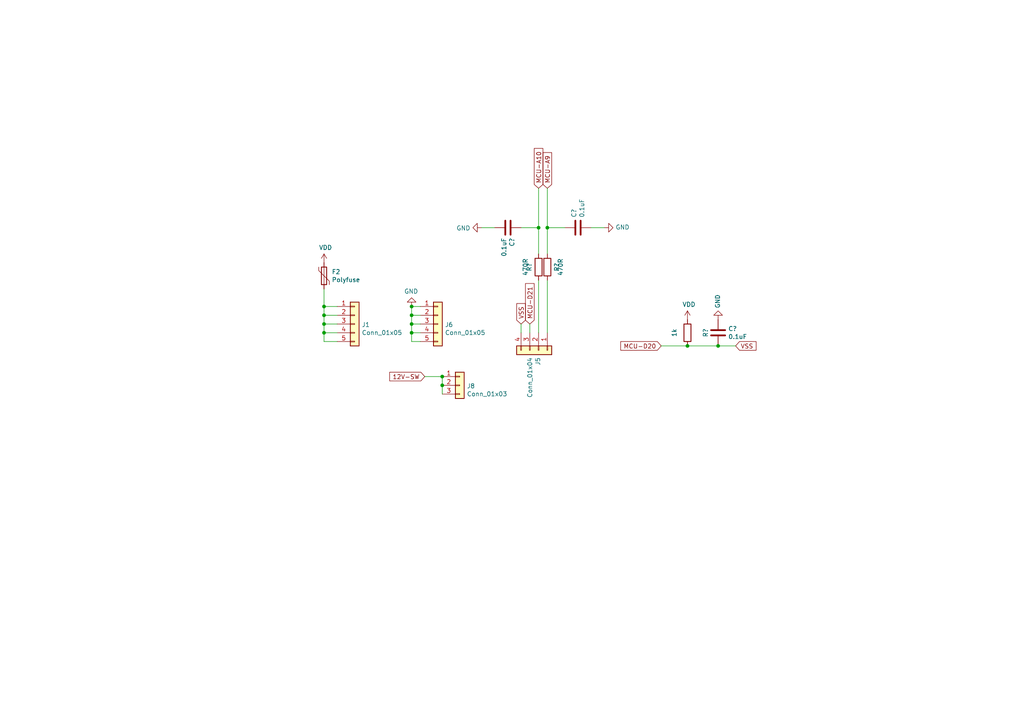
<source format=kicad_sch>
(kicad_sch (version 20231120) (generator "eeschema") (generator_version "8.0")
  (paper "A4")
  (title_block (title "0.4") (date "2021-03-27") (rev "4d") (company "Speeduino"))
  (lib_symbols
    (symbol "Connector_Generic:Conn_01x03" (pin_names (offset 1.016) hide)
      (property "Reference" "J" (at 0 5.08 0))
      (property "Value" "Conn_01x03" (at 0 -5.08 0))
      (symbol "Conn_01x03_1_1"
        (rectangle (start -1.27 -2.413) (end 0 -2.667) (stroke (width 0.1524)))
        (rectangle (start -1.27 0.127) (end 0 -0.127) (stroke (width 0.1524)))
        (rectangle (start -1.27 2.667) (end 0 2.413) (stroke (width 0.1524)))
        (rectangle (start -1.27 3.81) (end 1.27 -3.81) (stroke (width 0.254)) (fill (type background)))
        (pin passive line (at -5.08 2.54 0) (length 3.81) (name "Pin_1") (number "1"))
        (pin passive line (at -5.08 0 0) (length 3.81) (name "Pin_2") (number "2"))
        (pin passive line (at -5.08 -2.54 0) (length 3.81) (name "Pin_3") (number "3"))
      )
    )
    (symbol "Connector_Generic:Conn_01x04" (pin_names (offset 1.016) hide)
      (property "Reference" "J" (at 0 5.08 0))
      (property "Value" "Conn_01x04" (at 0 -7.62 0))
      (symbol "Conn_01x04_1_1"
        (rectangle (start -1.27 -4.953) (end 0 -5.207) (stroke (width 0.1524)))
        (rectangle (start -1.27 -2.413) (end 0 -2.667) (stroke (width 0.1524)))
        (rectangle (start -1.27 0.127) (end 0 -0.127) (stroke (width 0.1524)))
        (rectangle (start -1.27 2.667) (end 0 2.413) (stroke (width 0.1524)))
        (rectangle (start -1.27 3.81) (end 1.27 -6.35) (stroke (width 0.254)) (fill (type background)))
        (pin passive line (at -5.08 2.54 0) (length 3.81) (name "Pin_1") (number "1"))
        (pin passive line (at -5.08 0 0) (length 3.81) (name "Pin_2") (number "2"))
        (pin passive line (at -5.08 -2.54 0) (length 3.81) (name "Pin_3") (number "3"))
        (pin passive line (at -5.08 -5.08 0) (length 3.81) (name "Pin_4") (number "4"))
      )
    )
    (symbol "Connector_Generic:Conn_01x05" (pin_names (offset 1.016) hide)
      (property "Reference" "J" (at 0 7.62 0))
      (property "Value" "Conn_01x05" (at 0 -7.62 0))
      (symbol "Conn_01x05_1_1"
        (rectangle (start -1.27 -4.953) (end 0 -5.207) (stroke (width 0.1524)))
        (rectangle (start -1.27 -2.413) (end 0 -2.667) (stroke (width 0.1524)))
        (rectangle (start -1.27 0.127) (end 0 -0.127) (stroke (width 0.1524)))
        (rectangle (start -1.27 2.667) (end 0 2.413) (stroke (width 0.1524)))
        (rectangle (start -1.27 5.207) (end 0 4.953) (stroke (width 0.1524)))
        (rectangle (start -1.27 6.35) (end 1.27 -6.35) (stroke (width 0.254)) (fill (type background)))
        (pin passive line (at -5.08 5.08 0) (length 3.81) (name "Pin_1") (number "1"))
        (pin passive line (at -5.08 2.54 0) (length 3.81) (name "Pin_2") (number "2"))
        (pin passive line (at -5.08 0 0) (length 3.81) (name "Pin_3") (number "3"))
        (pin passive line (at -5.08 -2.54 0) (length 3.81) (name "Pin_4") (number "4"))
        (pin passive line (at -5.08 -5.08 0) (length 3.81) (name "Pin_5") (number "5"))
      )
    )
    (symbol "Device:C" (pin_numbers hide) (pin_names (offset 0.254))
      (property "Reference" "C" (at 0.635 2.54 0))
      (property "Value" "C" (at 0.635 -2.54 0))
      (symbol "C_0_1"
        (polyline (pts (xy -2.032 -0.762) (xy 2.032 -0.762)) (stroke (width 0.508)))
        (polyline (pts (xy -2.032 0.762) (xy 2.032 0.762)) (stroke (width 0.508)))
      )
      (symbol "C_1_1"
        (pin passive line (at 0 3.81 270) (length 2.794) (name "~") (number "1"))
        (pin passive line (at 0 -3.81 90) (length 2.794) (name "~") (number "2"))
      )
    )
    (symbol "Device:Polyfuse" (pin_numbers hide) (pin_names (offset 0))
      (property "Reference" "F" (at -2.54 0 90))
      (property "Value" "Polyfuse" (at 2.54 0 90))
      (symbol "Polyfuse_0_1"
        (rectangle (start -0.762 2.54) (end 0.762 -2.54) (stroke (width 0.254)))
        (polyline (pts (xy 0 2.54) (xy 0 -2.54)))
        (polyline (pts (xy -1.524 2.54) (xy -1.524 1.524) (xy 1.524 -1.524) (xy 1.524 -2.54)))
      )
      (symbol "Polyfuse_1_1"
        (pin passive line (at 0 3.81 270) (length 1.27) (name "~") (number "1"))
        (pin passive line (at 0 -3.81 90) (length 1.27) (name "~") (number "2"))
      )
    )
    (symbol "Device:R" (pin_numbers hide) (pin_names (offset 0))
      (property "Reference" "R" (at 2.032 0 90))
      (property "Value" "R" (at 0 0 90))
      (symbol "R_0_1"
        (rectangle (start -1.016 -2.54) (end 1.016 2.54) (stroke (width 0.254)))
      )
      (symbol "R_1_1"
        (pin passive line (at 0 3.81 270) (length 1.27) (name "~") (number "1"))
        (pin passive line (at 0 -3.81 90) (length 1.27) (name "~") (number "2"))
      )
    )
    (symbol "v0.4.3d-rescue:GND-power" (power) (pin_names (offset 0))
      (property "Value" "power_GND" (at 0 -3.81 0))
      (symbol "GND-power_0_1"
        (polyline (pts (xy 0 0) (xy 0 -1.27) (xy 1.27 -1.27) (xy 0 -2.54) (xy -1.27 -1.27) (xy 0 -1.27)))
      )
      (symbol "GND-power_1_1"
        (pin power_in line (at 0 0 270) (length 0) hide (name "GND") (number "1"))
      )
    )
    (symbol "v0.4.3d-rescue:VDD-power" (power) (pin_names (offset 0))
      (property "Value" "power_VDD" (at 0 3.81 0))
      (symbol "VDD-power_0_1"
        (polyline (pts (xy -0.762 1.27) (xy 0 2.54)))
        (polyline (pts (xy 0 0) (xy 0 2.54)))
        (polyline (pts (xy 0 2.54) (xy 0.762 1.27)))
      )
      (symbol "VDD-power_1_1"
        (pin power_in line (at 0 0 90) (length 0) hide (name "VDD") (number "1"))
      )
    )
  )
  (junction (at 93.98 88.9))
  (junction (at 128.27 109.22))
  (junction (at 119.38 93.98))
  (junction (at 119.38 91.44))
  (junction (at 156.21 66.04))
  (junction (at 208.28 100.33))
  (junction (at 93.98 93.98))
  (junction (at 199.39 100.33))
  (junction (at 119.38 88.9))
  (junction (at 158.75 66.04))
  (junction (at 93.98 91.44))
  (junction (at 128.27 111.76))
  (junction (at 119.38 96.52))
  (junction (at 93.98 96.52))
  (wire (pts (xy 158.75 66.04) (xy 158.75 73.66)))
  (wire (pts (xy 119.38 99.06) (xy 121.92 99.06)))
  (wire (pts (xy 128.27 111.76) (xy 128.27 114.3)))
  (wire (pts (xy 158.75 54.61) (xy 158.75 66.04)))
  (wire (pts (xy 213.36 100.33) (xy 208.28 100.33)))
  (wire (pts (xy 128.27 109.22) (xy 128.27 111.76)))
  (wire (pts (xy 151.13 66.04) (xy 156.21 66.04)))
  (wire (pts (xy 97.79 91.44) (xy 93.98 91.44)))
  (wire (pts (xy 123.19 109.22) (xy 128.27 109.22)))
  (wire (pts (xy 119.38 93.98) (xy 119.38 96.52)))
  (wire (pts (xy 93.98 88.9) (xy 93.98 91.44)))
  (wire (pts (xy 93.98 96.52) (xy 93.98 99.06)))
  (wire (pts (xy 208.28 100.33) (xy 199.39 100.33)))
  (wire (pts (xy 119.38 91.44) (xy 121.92 91.44)))
  (wire (pts (xy 163.83 66.04) (xy 158.75 66.04)))
  (wire (pts (xy 199.39 100.33) (xy 191.77 100.33)))
  (wire (pts (xy 97.79 96.52) (xy 93.98 96.52)))
  (wire (pts (xy 93.98 96.52) (xy 93.98 93.98)))
  (wire (pts (xy 119.38 96.52) (xy 121.92 96.52)))
  (wire (pts (xy 119.38 88.9) (xy 119.38 91.44)))
  (wire (pts (xy 158.75 81.28) (xy 158.75 96.52)))
  (wire (pts (xy 156.21 54.61) (xy 156.21 66.04)))
  (wire (pts (xy 156.21 81.28) (xy 156.21 96.52)))
  (wire (pts (xy 119.38 91.44) (xy 119.38 93.98)))
  (wire (pts (xy 153.67 93.98) (xy 153.67 96.52)))
  (wire (pts (xy 171.45 66.04) (xy 175.26 66.04)))
  (wire (pts (xy 93.98 93.98) (xy 97.79 93.98)))
  (wire (pts (xy 119.38 96.52) (xy 119.38 99.06)))
  (wire (pts (xy 143.51 66.04) (xy 139.7 66.04)))
  (wire (pts (xy 93.98 83.82) (xy 93.98 88.9)))
  (wire (pts (xy 119.38 88.9) (xy 121.92 88.9)))
  (wire (pts (xy 151.13 93.98) (xy 151.13 96.52)))
  (wire (pts (xy 119.38 93.98) (xy 121.92 93.98)))
  (wire (pts (xy 97.79 99.06) (xy 93.98 99.06)))
  (wire (pts (xy 97.79 88.9) (xy 93.98 88.9)))
  (wire (pts (xy 93.98 91.44) (xy 93.98 93.98)))
  (wire (pts (xy 156.21 66.04) (xy 156.21 73.66)))
  (global_label "VSS" (shape input) (at 213.36 100.33 0) (property "Intersheetrefs" "${INTERSHEET_REFS}" (effects (hide yes))))
  (global_label "MCU-D20" (shape input) (at 191.77 100.33 180) (property "Intersheetrefs" "${INTERSHEET_REFS}" (effects (hide yes))))
  (global_label "MCU-A10" (shape input) (at 156.21 54.61 90) (property "Intersheetrefs" "${INTERSHEET_REFS}" (effects (hide yes))))
  (global_label "12V-SW" (shape input) (at 123.19 109.22 180) (property "Intersheetrefs" "${INTERSHEET_REFS}" (effects (hide yes))))
  (global_label "MCU-D21" (shape input) (at 153.67 93.98 90) (property "Intersheetrefs" "${INTERSHEET_REFS}" (effects (hide yes))))
  (global_label "VSS" (shape input) (at 151.13 93.98 90) (property "Intersheetrefs" "${INTERSHEET_REFS}" (effects (hide yes))))
  (global_label "MCU-A9" (shape input) (at 158.75 54.61 90) (property "Intersheetrefs" "${INTERSHEET_REFS}" (effects (hide yes))))
  (symbol (lib_id "Connector_Generic:Conn_01x05") (at 102.87 93.98 0) (unit 1)
    (property "Reference" "J1" (at 104.902 94.1832 0) (effects (justify left)))
    (property "Value" "Conn_01x05" (at 104.902 96.4946 0) (effects (justify left)))
    (property "Footprint" "Connector_PinHeader_2.54mm:PinHeader_1x05_P2.54mm_Vertical" (effects (hide yes)))
  )
  (symbol (lib_id "Connector_Generic:Conn_01x05") (at 127 93.98 0) (unit 1)
    (property "Reference" "J6" (at 129.032 94.1832 0) (effects (justify left)))
    (property "Value" "Conn_01x05" (at 129.032 96.4946 0) (effects (justify left)))
    (property "Footprint" "Connector_PinHeader_2.54mm:PinHeader_1x05_P2.54mm_Vertical" (effects (hide yes)))
  )
  (symbol (lib_id "v0.4.3d-rescue:GND-power") (at 119.38 88.9 180) (unit 1)
    (property "Reference" "#PWR072" (effects (hide yes)))
    (property "Value" "GND" (at 119.253 84.5058 0))
  )
  (symbol (lib_id "Connector_Generic:Conn_01x04") (at 156.21 101.6 270) (unit 1)
    (property "Reference" "J5" (at 156.0068 103.632 0) (effects (justify left)))
    (property "Value" "Conn_01x04" (at 153.6954 103.632 0) (effects (justify left)))
    (property "Footprint" "Connector_PinHeader_2.54mm:PinHeader_1x04_P2.54mm_Vertical" (effects (hide yes)))
  )
  (symbol (lib_id "Device:R") (at 158.75 77.47 0) (unit 1)
    (property "Reference" "R63" (at 153.4922 77.47 90))
    (property "Value" "470R" (at 162.56 77.47 90))
    (property "Footprint" "Resistor_THT:R_Axial_DIN0204_L3.6mm_D1.6mm_P5.08mm_Horizontal" (effects (hide yes)))
    (property "Manufacturer_Name" "Vishay" (effects (hide yes)))
    (property "Manufacturer_Part_Number" "MBA02040C4700FRP00" (effects (hide yes)))
    (property "URL" "https://www.digikey.com.au/product-detail/en/vishay-beyschlag-draloric-bc-components/MBA02040C4700FRP00/BC3516CT-ND/7350946" (effects (hide yes)))
    (property "Digikey Part Number" "BC3516CT-ND" (effects (hide yes)))
    (instances (project "" (path "" (reference "R?") (unit 1)) (path "" (reference "R63") (unit 1))))
  )
  (symbol (lib_id "Device:C") (at 167.64 66.04 90) (unit 1)
    (property "Reference" "C23" (at 166.4716 63.119 0) (effects (justify left)))
    (property "Value" "0.1uF" (at 168.783 63.119 0) (effects (justify left)))
    (property "Footprint" "Capacitor_THT:C_Disc_D5.0mm_W2.5mm_P2.50mm" (effects (hide yes)))
    (property "Digikey Part Number" "445-180563-1-ND" (effects (hide yes)))
    (property "Manufacturer_Name" "TDK" (effects (hide yes)))
    (property "Manufacturer_Part_Number" "FA18X8R1E104KNU06" (effects (hide yes)))
    (property "URL" "https://www.digikey.com.au/product-detail/en/tdk-corporation/FA18X8R1E104KNU06/445-180563-1-ND/9560689" (effects (hide yes)))
    (instances (project "" (path "" (reference "C?") (unit 1)) (path "" (reference "C23") (unit 1))))
  )
  (symbol (lib_id "Device:R") (at 156.21 77.47 180) (unit 1)
    (property "Reference" "R62" (at 161.4678 77.47 90))
    (property "Value" "470R" (at 152.4 77.47 90))
    (property "Footprint" "Resistor_THT:R_Axial_DIN0204_L3.6mm_D1.6mm_P5.08mm_Horizontal" (effects (hide yes)))
    (property "Manufacturer_Name" "Vishay" (effects (hide yes)))
    (property "Manufacturer_Part_Number" "MBA02040C4700FRP00" (effects (hide yes)))
    (property "URL" "https://www.digikey.com.au/product-detail/en/vishay-beyschlag-draloric-bc-components/MBA02040C4700FRP00/BC3516CT-ND/7350946" (effects (hide yes)))
    (property "Digikey Part Number" "BC3516CT-ND" (effects (hide yes)))
    (instances (project "" (path "" (reference "R?") (unit 1)) (path "" (reference "R62") (unit 1))))
  )
  (symbol (lib_id "Device:C") (at 147.32 66.04 270) (unit 1)
    (property "Reference" "C22" (at 148.4884 68.961 0) (effects (justify left)))
    (property "Value" "0.1uF" (at 146.177 68.961 0) (effects (justify left)))
    (property "Footprint" "Capacitor_THT:C_Disc_D5.0mm_W2.5mm_P2.50mm" (effects (hide yes)))
    (property "Digikey Part Number" "445-180563-1-ND" (effects (hide yes)))
    (property "Manufacturer_Name" "TDK" (effects (hide yes)))
    (property "Manufacturer_Part_Number" "FA18X8R1E104KNU06" (effects (hide yes)))
    (property "URL" "https://www.digikey.com.au/product-detail/en/tdk-corporation/FA18X8R1E104KNU06/445-180563-1-ND/9560689" (effects (hide yes)))
    (instances (project "" (path "" (reference "C?") (unit 1)) (path "" (reference "C22") (unit 1))))
  )
  (symbol (lib_id "v0.4.3d-rescue:GND-power") (at 139.7 66.04 270) (unit 1)
    (property "Reference" "#PWR073" (effects (hide yes)))
    (property "Value" "GND" (at 136.4488 66.167 90) (effects (justify right)))
  )
  (symbol (lib_id "v0.4.3d-rescue:GND-power") (at 175.26 66.04 90) (unit 1)
    (property "Reference" "#PWR074" (effects (hide yes)))
    (property "Value" "GND" (at 178.5112 65.913 90) (effects (justify right)))
  )
  (symbol (lib_id "Connector_Generic:Conn_01x03") (at 133.35 111.76 0) (unit 1)
    (property "Reference" "J8" (at 135.382 111.9632 0) (effects (justify left)))
    (property "Value" "Conn_01x03" (at 135.382 114.2746 0) (effects (justify left)))
    (property "Footprint" "Connector_PinHeader_2.54mm:PinHeader_1x03_P2.54mm_Vertical" (effects (hide yes)))
    (property "Spice_Primitive" "J" (effects (hide yes)))
    (property "Spice_Model" "Conn_01x03" (effects (hide yes)))
    (property "Spice_Netlist_Enabled" "Y" (effects (hide yes)))
  )
  (symbol (lib_id "Device:Polyfuse") (at 93.98 80.01 0) (unit 1)
    (property "Reference" "F2" (at 96.2152 78.8416 0) (effects (justify left)))
    (property "Value" "Polyfuse" (at 96.2152 81.153 0) (effects (justify left)))
    (property "Footprint" "Fuse:Fuse_BelFuse_0ZRE0055FF_L14.0mm_W4.1mm" (effects (hide yes)))
    (property "Digikey Part Number" "507-2403-ND" (effects (hide yes)))
    (property "Manufacturer_Name" "Bel Fuse" (effects (hide yes)))
    (property "Manufacturer_Part_Number" "0ZRP0050FF1E" (effects (hide yes)))
    (property "URL" "https://www.digikey.com.au/product-detail/en/bel-fuse-inc/0ZRP0050FF1E/507-2403-ND/9468252" (effects (hide yes)))
  )
  (symbol (lib_id "v0.4.3d-rescue:VDD-power") (at 93.98 76.2 0) (unit 1)
    (property "Reference" "#PWR0120" (effects (hide yes)))
    (property "Value" "VDD" (at 94.4118 71.8058 0))
  )
  (symbol (lib_id "Device:R") (at 199.39 96.52 180) (unit 1)
    (property "Reference" "R54" (at 204.6478 96.52 90))
    (property "Value" "1k" (at 195.58 96.52 90))
    (property "Footprint" "Resistor_THT:R_Axial_DIN0204_L3.6mm_D1.6mm_P5.08mm_Horizontal" (effects (hide yes)))
    (property "Manufacturer_Name" "Vishay" (effects (hide yes)))
    (property "Manufacturer_Part_Number" "MBA02040C1001FRP00" (effects (hide yes)))
    (property "Digikey Part Number" "BC1.00KXCT-ND" (effects (hide yes)))
    (instances (project "" (path "" (reference "R?") (unit 1)) (path "" (reference "R54") (unit 1))))
  )
  (symbol (lib_id "Device:C") (at 208.28 96.52 0) (unit 1)
    (property "Reference" "C28" (at 211.201 95.3516 0) (effects (justify left)))
    (property "Value" "0.1uF" (at 211.201 97.663 0) (effects (justify left)))
    (property "Footprint" "Capacitor_THT:C_Disc_D5.0mm_W2.5mm_P2.50mm" (effects (hide yes)))
    (property "Digikey Part Number" "445-180563-1-ND" (effects (hide yes)))
    (property "Manufacturer_Name" "TDK" (effects (hide yes)))
    (property "Manufacturer_Part_Number" "FA18X8R1E104KNU06" (effects (hide yes)))
    (property "URL" "https://www.digikey.com.au/product-detail/en/tdk-corporation/FA18X8R1E104KNU06/445-180563-1-ND/9560689" (effects (hide yes)))
    (instances (project "" (path "" (reference "C?") (unit 1)) (path "" (reference "C28") (unit 1))))
  )
  (symbol (lib_id "v0.4.3d-rescue:GND-power") (at 208.28 92.71 180) (unit 1)
    (property "Reference" "#PWR0121" (effects (hide yes)))
    (property "Value" "GND" (at 208.153 89.4588 90) (effects (justify right)))
  )
  (symbol (lib_id "v0.4.3d-rescue:VDD-power") (at 199.39 92.71 0) (unit 1)
    (property "Reference" "#PWR0122" (effects (hide yes)))
    (property "Value" "VDD" (at 199.8218 88.3158 0))
  )
)
</source>
